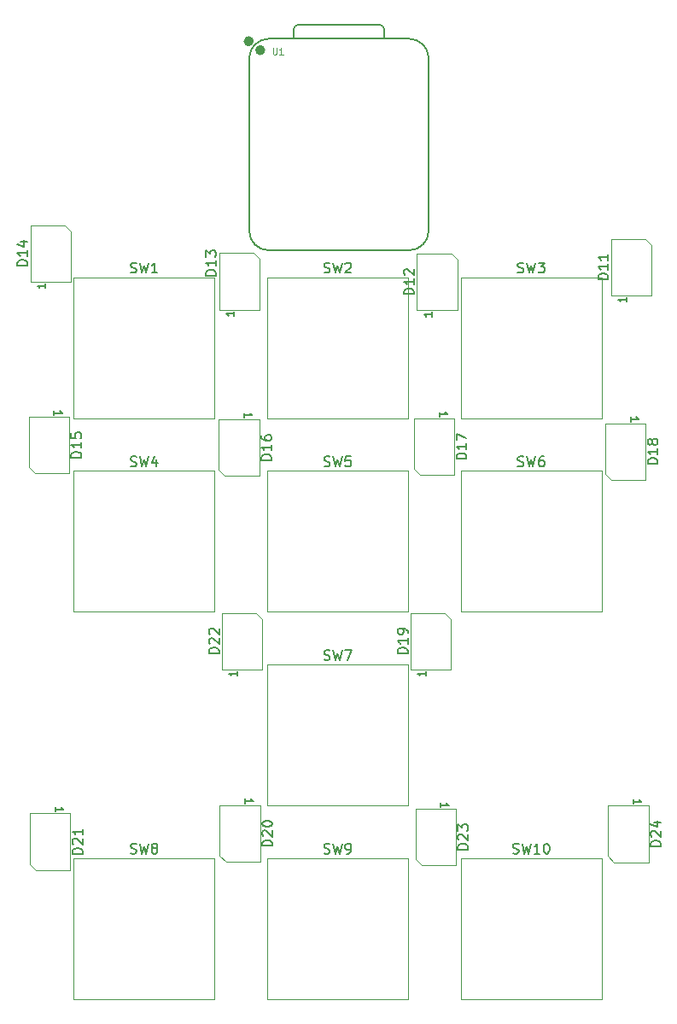
<source format=gbr>
%TF.GenerationSoftware,KiCad,Pcbnew,9.0.6*%
%TF.CreationDate,2025-12-08T11:04:57+13:00*%
%TF.ProjectId,hacropad,68616372-6f70-4616-942e-6b696361645f,rev?*%
%TF.SameCoordinates,Original*%
%TF.FileFunction,Legend,Top*%
%TF.FilePolarity,Positive*%
%FSLAX46Y46*%
G04 Gerber Fmt 4.6, Leading zero omitted, Abs format (unit mm)*
G04 Created by KiCad (PCBNEW 9.0.6) date 2025-12-08 11:04:57*
%MOMM*%
%LPD*%
G01*
G04 APERTURE LIST*
%ADD10C,0.150000*%
%ADD11C,0.101600*%
%ADD12C,0.120000*%
%ADD13C,0.127000*%
%ADD14C,0.100000*%
%ADD15C,0.504000*%
G04 APERTURE END LIST*
D10*
X135254819Y-47014285D02*
X134254819Y-47014285D01*
X134254819Y-47014285D02*
X134254819Y-46776190D01*
X134254819Y-46776190D02*
X134302438Y-46633333D01*
X134302438Y-46633333D02*
X134397676Y-46538095D01*
X134397676Y-46538095D02*
X134492914Y-46490476D01*
X134492914Y-46490476D02*
X134683390Y-46442857D01*
X134683390Y-46442857D02*
X134826247Y-46442857D01*
X134826247Y-46442857D02*
X135016723Y-46490476D01*
X135016723Y-46490476D02*
X135111961Y-46538095D01*
X135111961Y-46538095D02*
X135207200Y-46633333D01*
X135207200Y-46633333D02*
X135254819Y-46776190D01*
X135254819Y-46776190D02*
X135254819Y-47014285D01*
X135254819Y-45490476D02*
X135254819Y-46061904D01*
X135254819Y-45776190D02*
X134254819Y-45776190D01*
X134254819Y-45776190D02*
X134397676Y-45871428D01*
X134397676Y-45871428D02*
X134492914Y-45966666D01*
X134492914Y-45966666D02*
X134540533Y-46061904D01*
X134254819Y-45157142D02*
X134254819Y-44538095D01*
X134254819Y-44538095D02*
X134635771Y-44871428D01*
X134635771Y-44871428D02*
X134635771Y-44728571D01*
X134635771Y-44728571D02*
X134683390Y-44633333D01*
X134683390Y-44633333D02*
X134731009Y-44585714D01*
X134731009Y-44585714D02*
X134826247Y-44538095D01*
X134826247Y-44538095D02*
X135064342Y-44538095D01*
X135064342Y-44538095D02*
X135159580Y-44585714D01*
X135159580Y-44585714D02*
X135207200Y-44633333D01*
X135207200Y-44633333D02*
X135254819Y-44728571D01*
X135254819Y-44728571D02*
X135254819Y-45014285D01*
X135254819Y-45014285D02*
X135207200Y-45109523D01*
X135207200Y-45109523D02*
X135159580Y-45157142D01*
X137082295Y-50561428D02*
X137082295Y-51018571D01*
X137082295Y-50789999D02*
X136282295Y-50789999D01*
X136282295Y-50789999D02*
X136396580Y-50866190D01*
X136396580Y-50866190D02*
X136472771Y-50942380D01*
X136472771Y-50942380D02*
X136510866Y-51018571D01*
X164720476Y-104283200D02*
X164863333Y-104330819D01*
X164863333Y-104330819D02*
X165101428Y-104330819D01*
X165101428Y-104330819D02*
X165196666Y-104283200D01*
X165196666Y-104283200D02*
X165244285Y-104235580D01*
X165244285Y-104235580D02*
X165291904Y-104140342D01*
X165291904Y-104140342D02*
X165291904Y-104045104D01*
X165291904Y-104045104D02*
X165244285Y-103949866D01*
X165244285Y-103949866D02*
X165196666Y-103902247D01*
X165196666Y-103902247D02*
X165101428Y-103854628D01*
X165101428Y-103854628D02*
X164910952Y-103807009D01*
X164910952Y-103807009D02*
X164815714Y-103759390D01*
X164815714Y-103759390D02*
X164768095Y-103711771D01*
X164768095Y-103711771D02*
X164720476Y-103616533D01*
X164720476Y-103616533D02*
X164720476Y-103521295D01*
X164720476Y-103521295D02*
X164768095Y-103426057D01*
X164768095Y-103426057D02*
X164815714Y-103378438D01*
X164815714Y-103378438D02*
X164910952Y-103330819D01*
X164910952Y-103330819D02*
X165149047Y-103330819D01*
X165149047Y-103330819D02*
X165291904Y-103378438D01*
X165625238Y-103330819D02*
X165863333Y-104330819D01*
X165863333Y-104330819D02*
X166053809Y-103616533D01*
X166053809Y-103616533D02*
X166244285Y-104330819D01*
X166244285Y-104330819D02*
X166482381Y-103330819D01*
X167387142Y-104330819D02*
X166815714Y-104330819D01*
X167101428Y-104330819D02*
X167101428Y-103330819D01*
X167101428Y-103330819D02*
X167006190Y-103473676D01*
X167006190Y-103473676D02*
X166910952Y-103568914D01*
X166910952Y-103568914D02*
X166815714Y-103616533D01*
X168006190Y-103330819D02*
X168101428Y-103330819D01*
X168101428Y-103330819D02*
X168196666Y-103378438D01*
X168196666Y-103378438D02*
X168244285Y-103426057D01*
X168244285Y-103426057D02*
X168291904Y-103521295D01*
X168291904Y-103521295D02*
X168339523Y-103711771D01*
X168339523Y-103711771D02*
X168339523Y-103949866D01*
X168339523Y-103949866D02*
X168291904Y-104140342D01*
X168291904Y-104140342D02*
X168244285Y-104235580D01*
X168244285Y-104235580D02*
X168196666Y-104283200D01*
X168196666Y-104283200D02*
X168101428Y-104330819D01*
X168101428Y-104330819D02*
X168006190Y-104330819D01*
X168006190Y-104330819D02*
X167910952Y-104283200D01*
X167910952Y-104283200D02*
X167863333Y-104235580D01*
X167863333Y-104235580D02*
X167815714Y-104140342D01*
X167815714Y-104140342D02*
X167768095Y-103949866D01*
X167768095Y-103949866D02*
X167768095Y-103711771D01*
X167768095Y-103711771D02*
X167815714Y-103521295D01*
X167815714Y-103521295D02*
X167863333Y-103426057D01*
X167863333Y-103426057D02*
X167910952Y-103378438D01*
X167910952Y-103378438D02*
X168006190Y-103330819D01*
X126796667Y-104283200D02*
X126939524Y-104330819D01*
X126939524Y-104330819D02*
X127177619Y-104330819D01*
X127177619Y-104330819D02*
X127272857Y-104283200D01*
X127272857Y-104283200D02*
X127320476Y-104235580D01*
X127320476Y-104235580D02*
X127368095Y-104140342D01*
X127368095Y-104140342D02*
X127368095Y-104045104D01*
X127368095Y-104045104D02*
X127320476Y-103949866D01*
X127320476Y-103949866D02*
X127272857Y-103902247D01*
X127272857Y-103902247D02*
X127177619Y-103854628D01*
X127177619Y-103854628D02*
X126987143Y-103807009D01*
X126987143Y-103807009D02*
X126891905Y-103759390D01*
X126891905Y-103759390D02*
X126844286Y-103711771D01*
X126844286Y-103711771D02*
X126796667Y-103616533D01*
X126796667Y-103616533D02*
X126796667Y-103521295D01*
X126796667Y-103521295D02*
X126844286Y-103426057D01*
X126844286Y-103426057D02*
X126891905Y-103378438D01*
X126891905Y-103378438D02*
X126987143Y-103330819D01*
X126987143Y-103330819D02*
X127225238Y-103330819D01*
X127225238Y-103330819D02*
X127368095Y-103378438D01*
X127701429Y-103330819D02*
X127939524Y-104330819D01*
X127939524Y-104330819D02*
X128130000Y-103616533D01*
X128130000Y-103616533D02*
X128320476Y-104330819D01*
X128320476Y-104330819D02*
X128558572Y-103330819D01*
X129082381Y-103759390D02*
X128987143Y-103711771D01*
X128987143Y-103711771D02*
X128939524Y-103664152D01*
X128939524Y-103664152D02*
X128891905Y-103568914D01*
X128891905Y-103568914D02*
X128891905Y-103521295D01*
X128891905Y-103521295D02*
X128939524Y-103426057D01*
X128939524Y-103426057D02*
X128987143Y-103378438D01*
X128987143Y-103378438D02*
X129082381Y-103330819D01*
X129082381Y-103330819D02*
X129272857Y-103330819D01*
X129272857Y-103330819D02*
X129368095Y-103378438D01*
X129368095Y-103378438D02*
X129415714Y-103426057D01*
X129415714Y-103426057D02*
X129463333Y-103521295D01*
X129463333Y-103521295D02*
X129463333Y-103568914D01*
X129463333Y-103568914D02*
X129415714Y-103664152D01*
X129415714Y-103664152D02*
X129368095Y-103711771D01*
X129368095Y-103711771D02*
X129272857Y-103759390D01*
X129272857Y-103759390D02*
X129082381Y-103759390D01*
X129082381Y-103759390D02*
X128987143Y-103807009D01*
X128987143Y-103807009D02*
X128939524Y-103854628D01*
X128939524Y-103854628D02*
X128891905Y-103949866D01*
X128891905Y-103949866D02*
X128891905Y-104140342D01*
X128891905Y-104140342D02*
X128939524Y-104235580D01*
X128939524Y-104235580D02*
X128987143Y-104283200D01*
X128987143Y-104283200D02*
X129082381Y-104330819D01*
X129082381Y-104330819D02*
X129272857Y-104330819D01*
X129272857Y-104330819D02*
X129368095Y-104283200D01*
X129368095Y-104283200D02*
X129415714Y-104235580D01*
X129415714Y-104235580D02*
X129463333Y-104140342D01*
X129463333Y-104140342D02*
X129463333Y-103949866D01*
X129463333Y-103949866D02*
X129415714Y-103854628D01*
X129415714Y-103854628D02*
X129368095Y-103807009D01*
X129368095Y-103807009D02*
X129272857Y-103759390D01*
X165196667Y-65893200D02*
X165339524Y-65940819D01*
X165339524Y-65940819D02*
X165577619Y-65940819D01*
X165577619Y-65940819D02*
X165672857Y-65893200D01*
X165672857Y-65893200D02*
X165720476Y-65845580D01*
X165720476Y-65845580D02*
X165768095Y-65750342D01*
X165768095Y-65750342D02*
X165768095Y-65655104D01*
X165768095Y-65655104D02*
X165720476Y-65559866D01*
X165720476Y-65559866D02*
X165672857Y-65512247D01*
X165672857Y-65512247D02*
X165577619Y-65464628D01*
X165577619Y-65464628D02*
X165387143Y-65417009D01*
X165387143Y-65417009D02*
X165291905Y-65369390D01*
X165291905Y-65369390D02*
X165244286Y-65321771D01*
X165244286Y-65321771D02*
X165196667Y-65226533D01*
X165196667Y-65226533D02*
X165196667Y-65131295D01*
X165196667Y-65131295D02*
X165244286Y-65036057D01*
X165244286Y-65036057D02*
X165291905Y-64988438D01*
X165291905Y-64988438D02*
X165387143Y-64940819D01*
X165387143Y-64940819D02*
X165625238Y-64940819D01*
X165625238Y-64940819D02*
X165768095Y-64988438D01*
X166101429Y-64940819D02*
X166339524Y-65940819D01*
X166339524Y-65940819D02*
X166530000Y-65226533D01*
X166530000Y-65226533D02*
X166720476Y-65940819D01*
X166720476Y-65940819D02*
X166958572Y-64940819D01*
X167768095Y-64940819D02*
X167577619Y-64940819D01*
X167577619Y-64940819D02*
X167482381Y-64988438D01*
X167482381Y-64988438D02*
X167434762Y-65036057D01*
X167434762Y-65036057D02*
X167339524Y-65178914D01*
X167339524Y-65178914D02*
X167291905Y-65369390D01*
X167291905Y-65369390D02*
X167291905Y-65750342D01*
X167291905Y-65750342D02*
X167339524Y-65845580D01*
X167339524Y-65845580D02*
X167387143Y-65893200D01*
X167387143Y-65893200D02*
X167482381Y-65940819D01*
X167482381Y-65940819D02*
X167672857Y-65940819D01*
X167672857Y-65940819D02*
X167768095Y-65893200D01*
X167768095Y-65893200D02*
X167815714Y-65845580D01*
X167815714Y-65845580D02*
X167863333Y-65750342D01*
X167863333Y-65750342D02*
X167863333Y-65512247D01*
X167863333Y-65512247D02*
X167815714Y-65417009D01*
X167815714Y-65417009D02*
X167768095Y-65369390D01*
X167768095Y-65369390D02*
X167672857Y-65321771D01*
X167672857Y-65321771D02*
X167482381Y-65321771D01*
X167482381Y-65321771D02*
X167387143Y-65369390D01*
X167387143Y-65369390D02*
X167339524Y-65417009D01*
X167339524Y-65417009D02*
X167291905Y-65512247D01*
X126796667Y-46693200D02*
X126939524Y-46740819D01*
X126939524Y-46740819D02*
X127177619Y-46740819D01*
X127177619Y-46740819D02*
X127272857Y-46693200D01*
X127272857Y-46693200D02*
X127320476Y-46645580D01*
X127320476Y-46645580D02*
X127368095Y-46550342D01*
X127368095Y-46550342D02*
X127368095Y-46455104D01*
X127368095Y-46455104D02*
X127320476Y-46359866D01*
X127320476Y-46359866D02*
X127272857Y-46312247D01*
X127272857Y-46312247D02*
X127177619Y-46264628D01*
X127177619Y-46264628D02*
X126987143Y-46217009D01*
X126987143Y-46217009D02*
X126891905Y-46169390D01*
X126891905Y-46169390D02*
X126844286Y-46121771D01*
X126844286Y-46121771D02*
X126796667Y-46026533D01*
X126796667Y-46026533D02*
X126796667Y-45931295D01*
X126796667Y-45931295D02*
X126844286Y-45836057D01*
X126844286Y-45836057D02*
X126891905Y-45788438D01*
X126891905Y-45788438D02*
X126987143Y-45740819D01*
X126987143Y-45740819D02*
X127225238Y-45740819D01*
X127225238Y-45740819D02*
X127368095Y-45788438D01*
X127701429Y-45740819D02*
X127939524Y-46740819D01*
X127939524Y-46740819D02*
X128130000Y-46026533D01*
X128130000Y-46026533D02*
X128320476Y-46740819D01*
X128320476Y-46740819D02*
X128558572Y-45740819D01*
X129463333Y-46740819D02*
X128891905Y-46740819D01*
X129177619Y-46740819D02*
X129177619Y-45740819D01*
X129177619Y-45740819D02*
X129082381Y-45883676D01*
X129082381Y-45883676D02*
X128987143Y-45978914D01*
X128987143Y-45978914D02*
X128891905Y-46026533D01*
X145996667Y-104283200D02*
X146139524Y-104330819D01*
X146139524Y-104330819D02*
X146377619Y-104330819D01*
X146377619Y-104330819D02*
X146472857Y-104283200D01*
X146472857Y-104283200D02*
X146520476Y-104235580D01*
X146520476Y-104235580D02*
X146568095Y-104140342D01*
X146568095Y-104140342D02*
X146568095Y-104045104D01*
X146568095Y-104045104D02*
X146520476Y-103949866D01*
X146520476Y-103949866D02*
X146472857Y-103902247D01*
X146472857Y-103902247D02*
X146377619Y-103854628D01*
X146377619Y-103854628D02*
X146187143Y-103807009D01*
X146187143Y-103807009D02*
X146091905Y-103759390D01*
X146091905Y-103759390D02*
X146044286Y-103711771D01*
X146044286Y-103711771D02*
X145996667Y-103616533D01*
X145996667Y-103616533D02*
X145996667Y-103521295D01*
X145996667Y-103521295D02*
X146044286Y-103426057D01*
X146044286Y-103426057D02*
X146091905Y-103378438D01*
X146091905Y-103378438D02*
X146187143Y-103330819D01*
X146187143Y-103330819D02*
X146425238Y-103330819D01*
X146425238Y-103330819D02*
X146568095Y-103378438D01*
X146901429Y-103330819D02*
X147139524Y-104330819D01*
X147139524Y-104330819D02*
X147330000Y-103616533D01*
X147330000Y-103616533D02*
X147520476Y-104330819D01*
X147520476Y-104330819D02*
X147758572Y-103330819D01*
X148187143Y-104330819D02*
X148377619Y-104330819D01*
X148377619Y-104330819D02*
X148472857Y-104283200D01*
X148472857Y-104283200D02*
X148520476Y-104235580D01*
X148520476Y-104235580D02*
X148615714Y-104092723D01*
X148615714Y-104092723D02*
X148663333Y-103902247D01*
X148663333Y-103902247D02*
X148663333Y-103521295D01*
X148663333Y-103521295D02*
X148615714Y-103426057D01*
X148615714Y-103426057D02*
X148568095Y-103378438D01*
X148568095Y-103378438D02*
X148472857Y-103330819D01*
X148472857Y-103330819D02*
X148282381Y-103330819D01*
X148282381Y-103330819D02*
X148187143Y-103378438D01*
X148187143Y-103378438D02*
X148139524Y-103426057D01*
X148139524Y-103426057D02*
X148091905Y-103521295D01*
X148091905Y-103521295D02*
X148091905Y-103759390D01*
X148091905Y-103759390D02*
X148139524Y-103854628D01*
X148139524Y-103854628D02*
X148187143Y-103902247D01*
X148187143Y-103902247D02*
X148282381Y-103949866D01*
X148282381Y-103949866D02*
X148472857Y-103949866D01*
X148472857Y-103949866D02*
X148568095Y-103902247D01*
X148568095Y-103902247D02*
X148615714Y-103854628D01*
X148615714Y-103854628D02*
X148663333Y-103759390D01*
X174169819Y-47394285D02*
X173169819Y-47394285D01*
X173169819Y-47394285D02*
X173169819Y-47156190D01*
X173169819Y-47156190D02*
X173217438Y-47013333D01*
X173217438Y-47013333D02*
X173312676Y-46918095D01*
X173312676Y-46918095D02*
X173407914Y-46870476D01*
X173407914Y-46870476D02*
X173598390Y-46822857D01*
X173598390Y-46822857D02*
X173741247Y-46822857D01*
X173741247Y-46822857D02*
X173931723Y-46870476D01*
X173931723Y-46870476D02*
X174026961Y-46918095D01*
X174026961Y-46918095D02*
X174122200Y-47013333D01*
X174122200Y-47013333D02*
X174169819Y-47156190D01*
X174169819Y-47156190D02*
X174169819Y-47394285D01*
X174169819Y-45870476D02*
X174169819Y-46441904D01*
X174169819Y-46156190D02*
X173169819Y-46156190D01*
X173169819Y-46156190D02*
X173312676Y-46251428D01*
X173312676Y-46251428D02*
X173407914Y-46346666D01*
X173407914Y-46346666D02*
X173455533Y-46441904D01*
X174169819Y-44918095D02*
X174169819Y-45489523D01*
X174169819Y-45203809D02*
X173169819Y-45203809D01*
X173169819Y-45203809D02*
X173312676Y-45299047D01*
X173312676Y-45299047D02*
X173407914Y-45394285D01*
X173407914Y-45394285D02*
X173455533Y-45489523D01*
X175952295Y-49151428D02*
X175952295Y-49608571D01*
X175952295Y-49379999D02*
X175152295Y-49379999D01*
X175152295Y-49379999D02*
X175266580Y-49456190D01*
X175266580Y-49456190D02*
X175342771Y-49532380D01*
X175342771Y-49532380D02*
X175380866Y-49608571D01*
X154279819Y-84474285D02*
X153279819Y-84474285D01*
X153279819Y-84474285D02*
X153279819Y-84236190D01*
X153279819Y-84236190D02*
X153327438Y-84093333D01*
X153327438Y-84093333D02*
X153422676Y-83998095D01*
X153422676Y-83998095D02*
X153517914Y-83950476D01*
X153517914Y-83950476D02*
X153708390Y-83902857D01*
X153708390Y-83902857D02*
X153851247Y-83902857D01*
X153851247Y-83902857D02*
X154041723Y-83950476D01*
X154041723Y-83950476D02*
X154136961Y-83998095D01*
X154136961Y-83998095D02*
X154232200Y-84093333D01*
X154232200Y-84093333D02*
X154279819Y-84236190D01*
X154279819Y-84236190D02*
X154279819Y-84474285D01*
X154279819Y-82950476D02*
X154279819Y-83521904D01*
X154279819Y-83236190D02*
X153279819Y-83236190D01*
X153279819Y-83236190D02*
X153422676Y-83331428D01*
X153422676Y-83331428D02*
X153517914Y-83426666D01*
X153517914Y-83426666D02*
X153565533Y-83521904D01*
X154279819Y-82474285D02*
X154279819Y-82283809D01*
X154279819Y-82283809D02*
X154232200Y-82188571D01*
X154232200Y-82188571D02*
X154184580Y-82140952D01*
X154184580Y-82140952D02*
X154041723Y-82045714D01*
X154041723Y-82045714D02*
X153851247Y-81998095D01*
X153851247Y-81998095D02*
X153470295Y-81998095D01*
X153470295Y-81998095D02*
X153375057Y-82045714D01*
X153375057Y-82045714D02*
X153327438Y-82093333D01*
X153327438Y-82093333D02*
X153279819Y-82188571D01*
X153279819Y-82188571D02*
X153279819Y-82379047D01*
X153279819Y-82379047D02*
X153327438Y-82474285D01*
X153327438Y-82474285D02*
X153375057Y-82521904D01*
X153375057Y-82521904D02*
X153470295Y-82569523D01*
X153470295Y-82569523D02*
X153708390Y-82569523D01*
X153708390Y-82569523D02*
X153803628Y-82521904D01*
X153803628Y-82521904D02*
X153851247Y-82474285D01*
X153851247Y-82474285D02*
X153898866Y-82379047D01*
X153898866Y-82379047D02*
X153898866Y-82188571D01*
X153898866Y-82188571D02*
X153851247Y-82093333D01*
X153851247Y-82093333D02*
X153803628Y-82045714D01*
X153803628Y-82045714D02*
X153708390Y-81998095D01*
X156062295Y-86231428D02*
X156062295Y-86688571D01*
X156062295Y-86459999D02*
X155262295Y-86459999D01*
X155262295Y-86459999D02*
X155376580Y-86536190D01*
X155376580Y-86536190D02*
X155452771Y-86612380D01*
X155452771Y-86612380D02*
X155490866Y-86688571D01*
X122029819Y-104354285D02*
X121029819Y-104354285D01*
X121029819Y-104354285D02*
X121029819Y-104116190D01*
X121029819Y-104116190D02*
X121077438Y-103973333D01*
X121077438Y-103973333D02*
X121172676Y-103878095D01*
X121172676Y-103878095D02*
X121267914Y-103830476D01*
X121267914Y-103830476D02*
X121458390Y-103782857D01*
X121458390Y-103782857D02*
X121601247Y-103782857D01*
X121601247Y-103782857D02*
X121791723Y-103830476D01*
X121791723Y-103830476D02*
X121886961Y-103878095D01*
X121886961Y-103878095D02*
X121982200Y-103973333D01*
X121982200Y-103973333D02*
X122029819Y-104116190D01*
X122029819Y-104116190D02*
X122029819Y-104354285D01*
X121125057Y-103401904D02*
X121077438Y-103354285D01*
X121077438Y-103354285D02*
X121029819Y-103259047D01*
X121029819Y-103259047D02*
X121029819Y-103020952D01*
X121029819Y-103020952D02*
X121077438Y-102925714D01*
X121077438Y-102925714D02*
X121125057Y-102878095D01*
X121125057Y-102878095D02*
X121220295Y-102830476D01*
X121220295Y-102830476D02*
X121315533Y-102830476D01*
X121315533Y-102830476D02*
X121458390Y-102878095D01*
X121458390Y-102878095D02*
X122029819Y-103449523D01*
X122029819Y-103449523D02*
X122029819Y-102830476D01*
X122029819Y-101878095D02*
X122029819Y-102449523D01*
X122029819Y-102163809D02*
X121029819Y-102163809D01*
X121029819Y-102163809D02*
X121172676Y-102259047D01*
X121172676Y-102259047D02*
X121267914Y-102354285D01*
X121267914Y-102354285D02*
X121315533Y-102449523D01*
X119337704Y-100168571D02*
X119337704Y-99711428D01*
X119337704Y-99940000D02*
X120137704Y-99940000D01*
X120137704Y-99940000D02*
X120023419Y-99863809D01*
X120023419Y-99863809D02*
X119947228Y-99787619D01*
X119947228Y-99787619D02*
X119909133Y-99711428D01*
X121909819Y-65054285D02*
X120909819Y-65054285D01*
X120909819Y-65054285D02*
X120909819Y-64816190D01*
X120909819Y-64816190D02*
X120957438Y-64673333D01*
X120957438Y-64673333D02*
X121052676Y-64578095D01*
X121052676Y-64578095D02*
X121147914Y-64530476D01*
X121147914Y-64530476D02*
X121338390Y-64482857D01*
X121338390Y-64482857D02*
X121481247Y-64482857D01*
X121481247Y-64482857D02*
X121671723Y-64530476D01*
X121671723Y-64530476D02*
X121766961Y-64578095D01*
X121766961Y-64578095D02*
X121862200Y-64673333D01*
X121862200Y-64673333D02*
X121909819Y-64816190D01*
X121909819Y-64816190D02*
X121909819Y-65054285D01*
X121909819Y-63530476D02*
X121909819Y-64101904D01*
X121909819Y-63816190D02*
X120909819Y-63816190D01*
X120909819Y-63816190D02*
X121052676Y-63911428D01*
X121052676Y-63911428D02*
X121147914Y-64006666D01*
X121147914Y-64006666D02*
X121195533Y-64101904D01*
X120909819Y-62625714D02*
X120909819Y-63101904D01*
X120909819Y-63101904D02*
X121386009Y-63149523D01*
X121386009Y-63149523D02*
X121338390Y-63101904D01*
X121338390Y-63101904D02*
X121290771Y-63006666D01*
X121290771Y-63006666D02*
X121290771Y-62768571D01*
X121290771Y-62768571D02*
X121338390Y-62673333D01*
X121338390Y-62673333D02*
X121386009Y-62625714D01*
X121386009Y-62625714D02*
X121481247Y-62578095D01*
X121481247Y-62578095D02*
X121719342Y-62578095D01*
X121719342Y-62578095D02*
X121814580Y-62625714D01*
X121814580Y-62625714D02*
X121862200Y-62673333D01*
X121862200Y-62673333D02*
X121909819Y-62768571D01*
X121909819Y-62768571D02*
X121909819Y-63006666D01*
X121909819Y-63006666D02*
X121862200Y-63101904D01*
X121862200Y-63101904D02*
X121814580Y-63149523D01*
X119217704Y-60868571D02*
X119217704Y-60411428D01*
X119217704Y-60640000D02*
X120017704Y-60640000D01*
X120017704Y-60640000D02*
X119903419Y-60563809D01*
X119903419Y-60563809D02*
X119827228Y-60487619D01*
X119827228Y-60487619D02*
X119789133Y-60411428D01*
X154909819Y-48854285D02*
X153909819Y-48854285D01*
X153909819Y-48854285D02*
X153909819Y-48616190D01*
X153909819Y-48616190D02*
X153957438Y-48473333D01*
X153957438Y-48473333D02*
X154052676Y-48378095D01*
X154052676Y-48378095D02*
X154147914Y-48330476D01*
X154147914Y-48330476D02*
X154338390Y-48282857D01*
X154338390Y-48282857D02*
X154481247Y-48282857D01*
X154481247Y-48282857D02*
X154671723Y-48330476D01*
X154671723Y-48330476D02*
X154766961Y-48378095D01*
X154766961Y-48378095D02*
X154862200Y-48473333D01*
X154862200Y-48473333D02*
X154909819Y-48616190D01*
X154909819Y-48616190D02*
X154909819Y-48854285D01*
X154909819Y-47330476D02*
X154909819Y-47901904D01*
X154909819Y-47616190D02*
X153909819Y-47616190D01*
X153909819Y-47616190D02*
X154052676Y-47711428D01*
X154052676Y-47711428D02*
X154147914Y-47806666D01*
X154147914Y-47806666D02*
X154195533Y-47901904D01*
X154005057Y-46949523D02*
X153957438Y-46901904D01*
X153957438Y-46901904D02*
X153909819Y-46806666D01*
X153909819Y-46806666D02*
X153909819Y-46568571D01*
X153909819Y-46568571D02*
X153957438Y-46473333D01*
X153957438Y-46473333D02*
X154005057Y-46425714D01*
X154005057Y-46425714D02*
X154100295Y-46378095D01*
X154100295Y-46378095D02*
X154195533Y-46378095D01*
X154195533Y-46378095D02*
X154338390Y-46425714D01*
X154338390Y-46425714D02*
X154909819Y-46997142D01*
X154909819Y-46997142D02*
X154909819Y-46378095D01*
X156692295Y-50611428D02*
X156692295Y-51068571D01*
X156692295Y-50839999D02*
X155892295Y-50839999D01*
X155892295Y-50839999D02*
X156006580Y-50916190D01*
X156006580Y-50916190D02*
X156082771Y-50992380D01*
X156082771Y-50992380D02*
X156120866Y-51068571D01*
X126796667Y-65893200D02*
X126939524Y-65940819D01*
X126939524Y-65940819D02*
X127177619Y-65940819D01*
X127177619Y-65940819D02*
X127272857Y-65893200D01*
X127272857Y-65893200D02*
X127320476Y-65845580D01*
X127320476Y-65845580D02*
X127368095Y-65750342D01*
X127368095Y-65750342D02*
X127368095Y-65655104D01*
X127368095Y-65655104D02*
X127320476Y-65559866D01*
X127320476Y-65559866D02*
X127272857Y-65512247D01*
X127272857Y-65512247D02*
X127177619Y-65464628D01*
X127177619Y-65464628D02*
X126987143Y-65417009D01*
X126987143Y-65417009D02*
X126891905Y-65369390D01*
X126891905Y-65369390D02*
X126844286Y-65321771D01*
X126844286Y-65321771D02*
X126796667Y-65226533D01*
X126796667Y-65226533D02*
X126796667Y-65131295D01*
X126796667Y-65131295D02*
X126844286Y-65036057D01*
X126844286Y-65036057D02*
X126891905Y-64988438D01*
X126891905Y-64988438D02*
X126987143Y-64940819D01*
X126987143Y-64940819D02*
X127225238Y-64940819D01*
X127225238Y-64940819D02*
X127368095Y-64988438D01*
X127701429Y-64940819D02*
X127939524Y-65940819D01*
X127939524Y-65940819D02*
X128130000Y-65226533D01*
X128130000Y-65226533D02*
X128320476Y-65940819D01*
X128320476Y-65940819D02*
X128558572Y-64940819D01*
X129368095Y-65274152D02*
X129368095Y-65940819D01*
X129130000Y-64893200D02*
X128891905Y-65607485D01*
X128891905Y-65607485D02*
X129510952Y-65607485D01*
D11*
X140916190Y-24453479D02*
X140916190Y-24967526D01*
X140916190Y-24967526D02*
X140946428Y-25028002D01*
X140946428Y-25028002D02*
X140976666Y-25058241D01*
X140976666Y-25058241D02*
X141037142Y-25088479D01*
X141037142Y-25088479D02*
X141158095Y-25088479D01*
X141158095Y-25088479D02*
X141218571Y-25058241D01*
X141218571Y-25058241D02*
X141248809Y-25028002D01*
X141248809Y-25028002D02*
X141279047Y-24967526D01*
X141279047Y-24967526D02*
X141279047Y-24453479D01*
X141914047Y-25088479D02*
X141551190Y-25088479D01*
X141732618Y-25088479D02*
X141732618Y-24453479D01*
X141732618Y-24453479D02*
X141672142Y-24544193D01*
X141672142Y-24544193D02*
X141611666Y-24604669D01*
X141611666Y-24604669D02*
X141551190Y-24634907D01*
D10*
X179069819Y-65684285D02*
X178069819Y-65684285D01*
X178069819Y-65684285D02*
X178069819Y-65446190D01*
X178069819Y-65446190D02*
X178117438Y-65303333D01*
X178117438Y-65303333D02*
X178212676Y-65208095D01*
X178212676Y-65208095D02*
X178307914Y-65160476D01*
X178307914Y-65160476D02*
X178498390Y-65112857D01*
X178498390Y-65112857D02*
X178641247Y-65112857D01*
X178641247Y-65112857D02*
X178831723Y-65160476D01*
X178831723Y-65160476D02*
X178926961Y-65208095D01*
X178926961Y-65208095D02*
X179022200Y-65303333D01*
X179022200Y-65303333D02*
X179069819Y-65446190D01*
X179069819Y-65446190D02*
X179069819Y-65684285D01*
X179069819Y-64160476D02*
X179069819Y-64731904D01*
X179069819Y-64446190D02*
X178069819Y-64446190D01*
X178069819Y-64446190D02*
X178212676Y-64541428D01*
X178212676Y-64541428D02*
X178307914Y-64636666D01*
X178307914Y-64636666D02*
X178355533Y-64731904D01*
X178498390Y-63589047D02*
X178450771Y-63684285D01*
X178450771Y-63684285D02*
X178403152Y-63731904D01*
X178403152Y-63731904D02*
X178307914Y-63779523D01*
X178307914Y-63779523D02*
X178260295Y-63779523D01*
X178260295Y-63779523D02*
X178165057Y-63731904D01*
X178165057Y-63731904D02*
X178117438Y-63684285D01*
X178117438Y-63684285D02*
X178069819Y-63589047D01*
X178069819Y-63589047D02*
X178069819Y-63398571D01*
X178069819Y-63398571D02*
X178117438Y-63303333D01*
X178117438Y-63303333D02*
X178165057Y-63255714D01*
X178165057Y-63255714D02*
X178260295Y-63208095D01*
X178260295Y-63208095D02*
X178307914Y-63208095D01*
X178307914Y-63208095D02*
X178403152Y-63255714D01*
X178403152Y-63255714D02*
X178450771Y-63303333D01*
X178450771Y-63303333D02*
X178498390Y-63398571D01*
X178498390Y-63398571D02*
X178498390Y-63589047D01*
X178498390Y-63589047D02*
X178546009Y-63684285D01*
X178546009Y-63684285D02*
X178593628Y-63731904D01*
X178593628Y-63731904D02*
X178688866Y-63779523D01*
X178688866Y-63779523D02*
X178879342Y-63779523D01*
X178879342Y-63779523D02*
X178974580Y-63731904D01*
X178974580Y-63731904D02*
X179022200Y-63684285D01*
X179022200Y-63684285D02*
X179069819Y-63589047D01*
X179069819Y-63589047D02*
X179069819Y-63398571D01*
X179069819Y-63398571D02*
X179022200Y-63303333D01*
X179022200Y-63303333D02*
X178974580Y-63255714D01*
X178974580Y-63255714D02*
X178879342Y-63208095D01*
X178879342Y-63208095D02*
X178688866Y-63208095D01*
X178688866Y-63208095D02*
X178593628Y-63255714D01*
X178593628Y-63255714D02*
X178546009Y-63303333D01*
X178546009Y-63303333D02*
X178498390Y-63398571D01*
X176377704Y-61498571D02*
X176377704Y-61041428D01*
X176377704Y-61270000D02*
X177177704Y-61270000D01*
X177177704Y-61270000D02*
X177063419Y-61193809D01*
X177063419Y-61193809D02*
X176987228Y-61117619D01*
X176987228Y-61117619D02*
X176949133Y-61041428D01*
X145996667Y-46693200D02*
X146139524Y-46740819D01*
X146139524Y-46740819D02*
X146377619Y-46740819D01*
X146377619Y-46740819D02*
X146472857Y-46693200D01*
X146472857Y-46693200D02*
X146520476Y-46645580D01*
X146520476Y-46645580D02*
X146568095Y-46550342D01*
X146568095Y-46550342D02*
X146568095Y-46455104D01*
X146568095Y-46455104D02*
X146520476Y-46359866D01*
X146520476Y-46359866D02*
X146472857Y-46312247D01*
X146472857Y-46312247D02*
X146377619Y-46264628D01*
X146377619Y-46264628D02*
X146187143Y-46217009D01*
X146187143Y-46217009D02*
X146091905Y-46169390D01*
X146091905Y-46169390D02*
X146044286Y-46121771D01*
X146044286Y-46121771D02*
X145996667Y-46026533D01*
X145996667Y-46026533D02*
X145996667Y-45931295D01*
X145996667Y-45931295D02*
X146044286Y-45836057D01*
X146044286Y-45836057D02*
X146091905Y-45788438D01*
X146091905Y-45788438D02*
X146187143Y-45740819D01*
X146187143Y-45740819D02*
X146425238Y-45740819D01*
X146425238Y-45740819D02*
X146568095Y-45788438D01*
X146901429Y-45740819D02*
X147139524Y-46740819D01*
X147139524Y-46740819D02*
X147330000Y-46026533D01*
X147330000Y-46026533D02*
X147520476Y-46740819D01*
X147520476Y-46740819D02*
X147758572Y-45740819D01*
X148091905Y-45836057D02*
X148139524Y-45788438D01*
X148139524Y-45788438D02*
X148234762Y-45740819D01*
X148234762Y-45740819D02*
X148472857Y-45740819D01*
X148472857Y-45740819D02*
X148568095Y-45788438D01*
X148568095Y-45788438D02*
X148615714Y-45836057D01*
X148615714Y-45836057D02*
X148663333Y-45931295D01*
X148663333Y-45931295D02*
X148663333Y-46026533D01*
X148663333Y-46026533D02*
X148615714Y-46169390D01*
X148615714Y-46169390D02*
X148044286Y-46740819D01*
X148044286Y-46740819D02*
X148663333Y-46740819D01*
X179359819Y-103584285D02*
X178359819Y-103584285D01*
X178359819Y-103584285D02*
X178359819Y-103346190D01*
X178359819Y-103346190D02*
X178407438Y-103203333D01*
X178407438Y-103203333D02*
X178502676Y-103108095D01*
X178502676Y-103108095D02*
X178597914Y-103060476D01*
X178597914Y-103060476D02*
X178788390Y-103012857D01*
X178788390Y-103012857D02*
X178931247Y-103012857D01*
X178931247Y-103012857D02*
X179121723Y-103060476D01*
X179121723Y-103060476D02*
X179216961Y-103108095D01*
X179216961Y-103108095D02*
X179312200Y-103203333D01*
X179312200Y-103203333D02*
X179359819Y-103346190D01*
X179359819Y-103346190D02*
X179359819Y-103584285D01*
X178455057Y-102631904D02*
X178407438Y-102584285D01*
X178407438Y-102584285D02*
X178359819Y-102489047D01*
X178359819Y-102489047D02*
X178359819Y-102250952D01*
X178359819Y-102250952D02*
X178407438Y-102155714D01*
X178407438Y-102155714D02*
X178455057Y-102108095D01*
X178455057Y-102108095D02*
X178550295Y-102060476D01*
X178550295Y-102060476D02*
X178645533Y-102060476D01*
X178645533Y-102060476D02*
X178788390Y-102108095D01*
X178788390Y-102108095D02*
X179359819Y-102679523D01*
X179359819Y-102679523D02*
X179359819Y-102060476D01*
X178693152Y-101203333D02*
X179359819Y-101203333D01*
X178312200Y-101441428D02*
X179026485Y-101679523D01*
X179026485Y-101679523D02*
X179026485Y-101060476D01*
X176667704Y-99398571D02*
X176667704Y-98941428D01*
X176667704Y-99170000D02*
X177467704Y-99170000D01*
X177467704Y-99170000D02*
X177353419Y-99093809D01*
X177353419Y-99093809D02*
X177277228Y-99017619D01*
X177277228Y-99017619D02*
X177239133Y-98941428D01*
X165196667Y-46693200D02*
X165339524Y-46740819D01*
X165339524Y-46740819D02*
X165577619Y-46740819D01*
X165577619Y-46740819D02*
X165672857Y-46693200D01*
X165672857Y-46693200D02*
X165720476Y-46645580D01*
X165720476Y-46645580D02*
X165768095Y-46550342D01*
X165768095Y-46550342D02*
X165768095Y-46455104D01*
X165768095Y-46455104D02*
X165720476Y-46359866D01*
X165720476Y-46359866D02*
X165672857Y-46312247D01*
X165672857Y-46312247D02*
X165577619Y-46264628D01*
X165577619Y-46264628D02*
X165387143Y-46217009D01*
X165387143Y-46217009D02*
X165291905Y-46169390D01*
X165291905Y-46169390D02*
X165244286Y-46121771D01*
X165244286Y-46121771D02*
X165196667Y-46026533D01*
X165196667Y-46026533D02*
X165196667Y-45931295D01*
X165196667Y-45931295D02*
X165244286Y-45836057D01*
X165244286Y-45836057D02*
X165291905Y-45788438D01*
X165291905Y-45788438D02*
X165387143Y-45740819D01*
X165387143Y-45740819D02*
X165625238Y-45740819D01*
X165625238Y-45740819D02*
X165768095Y-45788438D01*
X166101429Y-45740819D02*
X166339524Y-46740819D01*
X166339524Y-46740819D02*
X166530000Y-46026533D01*
X166530000Y-46026533D02*
X166720476Y-46740819D01*
X166720476Y-46740819D02*
X166958572Y-45740819D01*
X167244286Y-45740819D02*
X167863333Y-45740819D01*
X167863333Y-45740819D02*
X167530000Y-46121771D01*
X167530000Y-46121771D02*
X167672857Y-46121771D01*
X167672857Y-46121771D02*
X167768095Y-46169390D01*
X167768095Y-46169390D02*
X167815714Y-46217009D01*
X167815714Y-46217009D02*
X167863333Y-46312247D01*
X167863333Y-46312247D02*
X167863333Y-46550342D01*
X167863333Y-46550342D02*
X167815714Y-46645580D01*
X167815714Y-46645580D02*
X167768095Y-46693200D01*
X167768095Y-46693200D02*
X167672857Y-46740819D01*
X167672857Y-46740819D02*
X167387143Y-46740819D01*
X167387143Y-46740819D02*
X167291905Y-46693200D01*
X167291905Y-46693200D02*
X167244286Y-46645580D01*
X145996667Y-65893200D02*
X146139524Y-65940819D01*
X146139524Y-65940819D02*
X146377619Y-65940819D01*
X146377619Y-65940819D02*
X146472857Y-65893200D01*
X146472857Y-65893200D02*
X146520476Y-65845580D01*
X146520476Y-65845580D02*
X146568095Y-65750342D01*
X146568095Y-65750342D02*
X146568095Y-65655104D01*
X146568095Y-65655104D02*
X146520476Y-65559866D01*
X146520476Y-65559866D02*
X146472857Y-65512247D01*
X146472857Y-65512247D02*
X146377619Y-65464628D01*
X146377619Y-65464628D02*
X146187143Y-65417009D01*
X146187143Y-65417009D02*
X146091905Y-65369390D01*
X146091905Y-65369390D02*
X146044286Y-65321771D01*
X146044286Y-65321771D02*
X145996667Y-65226533D01*
X145996667Y-65226533D02*
X145996667Y-65131295D01*
X145996667Y-65131295D02*
X146044286Y-65036057D01*
X146044286Y-65036057D02*
X146091905Y-64988438D01*
X146091905Y-64988438D02*
X146187143Y-64940819D01*
X146187143Y-64940819D02*
X146425238Y-64940819D01*
X146425238Y-64940819D02*
X146568095Y-64988438D01*
X146901429Y-64940819D02*
X147139524Y-65940819D01*
X147139524Y-65940819D02*
X147330000Y-65226533D01*
X147330000Y-65226533D02*
X147520476Y-65940819D01*
X147520476Y-65940819D02*
X147758572Y-64940819D01*
X148615714Y-64940819D02*
X148139524Y-64940819D01*
X148139524Y-64940819D02*
X148091905Y-65417009D01*
X148091905Y-65417009D02*
X148139524Y-65369390D01*
X148139524Y-65369390D02*
X148234762Y-65321771D01*
X148234762Y-65321771D02*
X148472857Y-65321771D01*
X148472857Y-65321771D02*
X148568095Y-65369390D01*
X148568095Y-65369390D02*
X148615714Y-65417009D01*
X148615714Y-65417009D02*
X148663333Y-65512247D01*
X148663333Y-65512247D02*
X148663333Y-65750342D01*
X148663333Y-65750342D02*
X148615714Y-65845580D01*
X148615714Y-65845580D02*
X148568095Y-65893200D01*
X148568095Y-65893200D02*
X148472857Y-65940819D01*
X148472857Y-65940819D02*
X148234762Y-65940819D01*
X148234762Y-65940819D02*
X148139524Y-65893200D01*
X148139524Y-65893200D02*
X148091905Y-65845580D01*
X140849819Y-103544285D02*
X139849819Y-103544285D01*
X139849819Y-103544285D02*
X139849819Y-103306190D01*
X139849819Y-103306190D02*
X139897438Y-103163333D01*
X139897438Y-103163333D02*
X139992676Y-103068095D01*
X139992676Y-103068095D02*
X140087914Y-103020476D01*
X140087914Y-103020476D02*
X140278390Y-102972857D01*
X140278390Y-102972857D02*
X140421247Y-102972857D01*
X140421247Y-102972857D02*
X140611723Y-103020476D01*
X140611723Y-103020476D02*
X140706961Y-103068095D01*
X140706961Y-103068095D02*
X140802200Y-103163333D01*
X140802200Y-103163333D02*
X140849819Y-103306190D01*
X140849819Y-103306190D02*
X140849819Y-103544285D01*
X139945057Y-102591904D02*
X139897438Y-102544285D01*
X139897438Y-102544285D02*
X139849819Y-102449047D01*
X139849819Y-102449047D02*
X139849819Y-102210952D01*
X139849819Y-102210952D02*
X139897438Y-102115714D01*
X139897438Y-102115714D02*
X139945057Y-102068095D01*
X139945057Y-102068095D02*
X140040295Y-102020476D01*
X140040295Y-102020476D02*
X140135533Y-102020476D01*
X140135533Y-102020476D02*
X140278390Y-102068095D01*
X140278390Y-102068095D02*
X140849819Y-102639523D01*
X140849819Y-102639523D02*
X140849819Y-102020476D01*
X139849819Y-101401428D02*
X139849819Y-101306190D01*
X139849819Y-101306190D02*
X139897438Y-101210952D01*
X139897438Y-101210952D02*
X139945057Y-101163333D01*
X139945057Y-101163333D02*
X140040295Y-101115714D01*
X140040295Y-101115714D02*
X140230771Y-101068095D01*
X140230771Y-101068095D02*
X140468866Y-101068095D01*
X140468866Y-101068095D02*
X140659342Y-101115714D01*
X140659342Y-101115714D02*
X140754580Y-101163333D01*
X140754580Y-101163333D02*
X140802200Y-101210952D01*
X140802200Y-101210952D02*
X140849819Y-101306190D01*
X140849819Y-101306190D02*
X140849819Y-101401428D01*
X140849819Y-101401428D02*
X140802200Y-101496666D01*
X140802200Y-101496666D02*
X140754580Y-101544285D01*
X140754580Y-101544285D02*
X140659342Y-101591904D01*
X140659342Y-101591904D02*
X140468866Y-101639523D01*
X140468866Y-101639523D02*
X140230771Y-101639523D01*
X140230771Y-101639523D02*
X140040295Y-101591904D01*
X140040295Y-101591904D02*
X139945057Y-101544285D01*
X139945057Y-101544285D02*
X139897438Y-101496666D01*
X139897438Y-101496666D02*
X139849819Y-101401428D01*
X138157704Y-99358571D02*
X138157704Y-98901428D01*
X138157704Y-99130000D02*
X138957704Y-99130000D01*
X138957704Y-99130000D02*
X138843419Y-99053809D01*
X138843419Y-99053809D02*
X138767228Y-98977619D01*
X138767228Y-98977619D02*
X138729133Y-98901428D01*
X135569819Y-84474285D02*
X134569819Y-84474285D01*
X134569819Y-84474285D02*
X134569819Y-84236190D01*
X134569819Y-84236190D02*
X134617438Y-84093333D01*
X134617438Y-84093333D02*
X134712676Y-83998095D01*
X134712676Y-83998095D02*
X134807914Y-83950476D01*
X134807914Y-83950476D02*
X134998390Y-83902857D01*
X134998390Y-83902857D02*
X135141247Y-83902857D01*
X135141247Y-83902857D02*
X135331723Y-83950476D01*
X135331723Y-83950476D02*
X135426961Y-83998095D01*
X135426961Y-83998095D02*
X135522200Y-84093333D01*
X135522200Y-84093333D02*
X135569819Y-84236190D01*
X135569819Y-84236190D02*
X135569819Y-84474285D01*
X134665057Y-83521904D02*
X134617438Y-83474285D01*
X134617438Y-83474285D02*
X134569819Y-83379047D01*
X134569819Y-83379047D02*
X134569819Y-83140952D01*
X134569819Y-83140952D02*
X134617438Y-83045714D01*
X134617438Y-83045714D02*
X134665057Y-82998095D01*
X134665057Y-82998095D02*
X134760295Y-82950476D01*
X134760295Y-82950476D02*
X134855533Y-82950476D01*
X134855533Y-82950476D02*
X134998390Y-82998095D01*
X134998390Y-82998095D02*
X135569819Y-83569523D01*
X135569819Y-83569523D02*
X135569819Y-82950476D01*
X134665057Y-82569523D02*
X134617438Y-82521904D01*
X134617438Y-82521904D02*
X134569819Y-82426666D01*
X134569819Y-82426666D02*
X134569819Y-82188571D01*
X134569819Y-82188571D02*
X134617438Y-82093333D01*
X134617438Y-82093333D02*
X134665057Y-82045714D01*
X134665057Y-82045714D02*
X134760295Y-81998095D01*
X134760295Y-81998095D02*
X134855533Y-81998095D01*
X134855533Y-81998095D02*
X134998390Y-82045714D01*
X134998390Y-82045714D02*
X135569819Y-82617142D01*
X135569819Y-82617142D02*
X135569819Y-81998095D01*
X137352295Y-86231428D02*
X137352295Y-86688571D01*
X137352295Y-86459999D02*
X136552295Y-86459999D01*
X136552295Y-86459999D02*
X136666580Y-86536190D01*
X136666580Y-86536190D02*
X136742771Y-86612380D01*
X136742771Y-86612380D02*
X136780866Y-86688571D01*
X160109819Y-65194285D02*
X159109819Y-65194285D01*
X159109819Y-65194285D02*
X159109819Y-64956190D01*
X159109819Y-64956190D02*
X159157438Y-64813333D01*
X159157438Y-64813333D02*
X159252676Y-64718095D01*
X159252676Y-64718095D02*
X159347914Y-64670476D01*
X159347914Y-64670476D02*
X159538390Y-64622857D01*
X159538390Y-64622857D02*
X159681247Y-64622857D01*
X159681247Y-64622857D02*
X159871723Y-64670476D01*
X159871723Y-64670476D02*
X159966961Y-64718095D01*
X159966961Y-64718095D02*
X160062200Y-64813333D01*
X160062200Y-64813333D02*
X160109819Y-64956190D01*
X160109819Y-64956190D02*
X160109819Y-65194285D01*
X160109819Y-63670476D02*
X160109819Y-64241904D01*
X160109819Y-63956190D02*
X159109819Y-63956190D01*
X159109819Y-63956190D02*
X159252676Y-64051428D01*
X159252676Y-64051428D02*
X159347914Y-64146666D01*
X159347914Y-64146666D02*
X159395533Y-64241904D01*
X159109819Y-63337142D02*
X159109819Y-62670476D01*
X159109819Y-62670476D02*
X160109819Y-63099047D01*
X157417704Y-61008571D02*
X157417704Y-60551428D01*
X157417704Y-60780000D02*
X158217704Y-60780000D01*
X158217704Y-60780000D02*
X158103419Y-60703809D01*
X158103419Y-60703809D02*
X158027228Y-60627619D01*
X158027228Y-60627619D02*
X157989133Y-60551428D01*
X140749819Y-65294285D02*
X139749819Y-65294285D01*
X139749819Y-65294285D02*
X139749819Y-65056190D01*
X139749819Y-65056190D02*
X139797438Y-64913333D01*
X139797438Y-64913333D02*
X139892676Y-64818095D01*
X139892676Y-64818095D02*
X139987914Y-64770476D01*
X139987914Y-64770476D02*
X140178390Y-64722857D01*
X140178390Y-64722857D02*
X140321247Y-64722857D01*
X140321247Y-64722857D02*
X140511723Y-64770476D01*
X140511723Y-64770476D02*
X140606961Y-64818095D01*
X140606961Y-64818095D02*
X140702200Y-64913333D01*
X140702200Y-64913333D02*
X140749819Y-65056190D01*
X140749819Y-65056190D02*
X140749819Y-65294285D01*
X140749819Y-63770476D02*
X140749819Y-64341904D01*
X140749819Y-64056190D02*
X139749819Y-64056190D01*
X139749819Y-64056190D02*
X139892676Y-64151428D01*
X139892676Y-64151428D02*
X139987914Y-64246666D01*
X139987914Y-64246666D02*
X140035533Y-64341904D01*
X139749819Y-62913333D02*
X139749819Y-63103809D01*
X139749819Y-63103809D02*
X139797438Y-63199047D01*
X139797438Y-63199047D02*
X139845057Y-63246666D01*
X139845057Y-63246666D02*
X139987914Y-63341904D01*
X139987914Y-63341904D02*
X140178390Y-63389523D01*
X140178390Y-63389523D02*
X140559342Y-63389523D01*
X140559342Y-63389523D02*
X140654580Y-63341904D01*
X140654580Y-63341904D02*
X140702200Y-63294285D01*
X140702200Y-63294285D02*
X140749819Y-63199047D01*
X140749819Y-63199047D02*
X140749819Y-63008571D01*
X140749819Y-63008571D02*
X140702200Y-62913333D01*
X140702200Y-62913333D02*
X140654580Y-62865714D01*
X140654580Y-62865714D02*
X140559342Y-62818095D01*
X140559342Y-62818095D02*
X140321247Y-62818095D01*
X140321247Y-62818095D02*
X140226009Y-62865714D01*
X140226009Y-62865714D02*
X140178390Y-62913333D01*
X140178390Y-62913333D02*
X140130771Y-63008571D01*
X140130771Y-63008571D02*
X140130771Y-63199047D01*
X140130771Y-63199047D02*
X140178390Y-63294285D01*
X140178390Y-63294285D02*
X140226009Y-63341904D01*
X140226009Y-63341904D02*
X140321247Y-63389523D01*
X138057704Y-61108571D02*
X138057704Y-60651428D01*
X138057704Y-60880000D02*
X138857704Y-60880000D01*
X138857704Y-60880000D02*
X138743419Y-60803809D01*
X138743419Y-60803809D02*
X138667228Y-60727619D01*
X138667228Y-60727619D02*
X138629133Y-60651428D01*
X116569819Y-46034285D02*
X115569819Y-46034285D01*
X115569819Y-46034285D02*
X115569819Y-45796190D01*
X115569819Y-45796190D02*
X115617438Y-45653333D01*
X115617438Y-45653333D02*
X115712676Y-45558095D01*
X115712676Y-45558095D02*
X115807914Y-45510476D01*
X115807914Y-45510476D02*
X115998390Y-45462857D01*
X115998390Y-45462857D02*
X116141247Y-45462857D01*
X116141247Y-45462857D02*
X116331723Y-45510476D01*
X116331723Y-45510476D02*
X116426961Y-45558095D01*
X116426961Y-45558095D02*
X116522200Y-45653333D01*
X116522200Y-45653333D02*
X116569819Y-45796190D01*
X116569819Y-45796190D02*
X116569819Y-46034285D01*
X116569819Y-44510476D02*
X116569819Y-45081904D01*
X116569819Y-44796190D02*
X115569819Y-44796190D01*
X115569819Y-44796190D02*
X115712676Y-44891428D01*
X115712676Y-44891428D02*
X115807914Y-44986666D01*
X115807914Y-44986666D02*
X115855533Y-45081904D01*
X115903152Y-43653333D02*
X116569819Y-43653333D01*
X115522200Y-43891428D02*
X116236485Y-44129523D01*
X116236485Y-44129523D02*
X116236485Y-43510476D01*
X118352295Y-47791428D02*
X118352295Y-48248571D01*
X118352295Y-48019999D02*
X117552295Y-48019999D01*
X117552295Y-48019999D02*
X117666580Y-48096190D01*
X117666580Y-48096190D02*
X117742771Y-48172380D01*
X117742771Y-48172380D02*
X117780866Y-48248571D01*
X160249819Y-103914285D02*
X159249819Y-103914285D01*
X159249819Y-103914285D02*
X159249819Y-103676190D01*
X159249819Y-103676190D02*
X159297438Y-103533333D01*
X159297438Y-103533333D02*
X159392676Y-103438095D01*
X159392676Y-103438095D02*
X159487914Y-103390476D01*
X159487914Y-103390476D02*
X159678390Y-103342857D01*
X159678390Y-103342857D02*
X159821247Y-103342857D01*
X159821247Y-103342857D02*
X160011723Y-103390476D01*
X160011723Y-103390476D02*
X160106961Y-103438095D01*
X160106961Y-103438095D02*
X160202200Y-103533333D01*
X160202200Y-103533333D02*
X160249819Y-103676190D01*
X160249819Y-103676190D02*
X160249819Y-103914285D01*
X159345057Y-102961904D02*
X159297438Y-102914285D01*
X159297438Y-102914285D02*
X159249819Y-102819047D01*
X159249819Y-102819047D02*
X159249819Y-102580952D01*
X159249819Y-102580952D02*
X159297438Y-102485714D01*
X159297438Y-102485714D02*
X159345057Y-102438095D01*
X159345057Y-102438095D02*
X159440295Y-102390476D01*
X159440295Y-102390476D02*
X159535533Y-102390476D01*
X159535533Y-102390476D02*
X159678390Y-102438095D01*
X159678390Y-102438095D02*
X160249819Y-103009523D01*
X160249819Y-103009523D02*
X160249819Y-102390476D01*
X159249819Y-102057142D02*
X159249819Y-101438095D01*
X159249819Y-101438095D02*
X159630771Y-101771428D01*
X159630771Y-101771428D02*
X159630771Y-101628571D01*
X159630771Y-101628571D02*
X159678390Y-101533333D01*
X159678390Y-101533333D02*
X159726009Y-101485714D01*
X159726009Y-101485714D02*
X159821247Y-101438095D01*
X159821247Y-101438095D02*
X160059342Y-101438095D01*
X160059342Y-101438095D02*
X160154580Y-101485714D01*
X160154580Y-101485714D02*
X160202200Y-101533333D01*
X160202200Y-101533333D02*
X160249819Y-101628571D01*
X160249819Y-101628571D02*
X160249819Y-101914285D01*
X160249819Y-101914285D02*
X160202200Y-102009523D01*
X160202200Y-102009523D02*
X160154580Y-102057142D01*
X157557704Y-99728571D02*
X157557704Y-99271428D01*
X157557704Y-99500000D02*
X158357704Y-99500000D01*
X158357704Y-99500000D02*
X158243419Y-99423809D01*
X158243419Y-99423809D02*
X158167228Y-99347619D01*
X158167228Y-99347619D02*
X158129133Y-99271428D01*
X145996667Y-85093200D02*
X146139524Y-85140819D01*
X146139524Y-85140819D02*
X146377619Y-85140819D01*
X146377619Y-85140819D02*
X146472857Y-85093200D01*
X146472857Y-85093200D02*
X146520476Y-85045580D01*
X146520476Y-85045580D02*
X146568095Y-84950342D01*
X146568095Y-84950342D02*
X146568095Y-84855104D01*
X146568095Y-84855104D02*
X146520476Y-84759866D01*
X146520476Y-84759866D02*
X146472857Y-84712247D01*
X146472857Y-84712247D02*
X146377619Y-84664628D01*
X146377619Y-84664628D02*
X146187143Y-84617009D01*
X146187143Y-84617009D02*
X146091905Y-84569390D01*
X146091905Y-84569390D02*
X146044286Y-84521771D01*
X146044286Y-84521771D02*
X145996667Y-84426533D01*
X145996667Y-84426533D02*
X145996667Y-84331295D01*
X145996667Y-84331295D02*
X146044286Y-84236057D01*
X146044286Y-84236057D02*
X146091905Y-84188438D01*
X146091905Y-84188438D02*
X146187143Y-84140819D01*
X146187143Y-84140819D02*
X146425238Y-84140819D01*
X146425238Y-84140819D02*
X146568095Y-84188438D01*
X146901429Y-84140819D02*
X147139524Y-85140819D01*
X147139524Y-85140819D02*
X147330000Y-84426533D01*
X147330000Y-84426533D02*
X147520476Y-85140819D01*
X147520476Y-85140819D02*
X147758572Y-84140819D01*
X148044286Y-84140819D02*
X148710952Y-84140819D01*
X148710952Y-84140819D02*
X148282381Y-85140819D01*
D12*
%TO.C,D13*%
X135595000Y-50390000D02*
X135595000Y-44790000D01*
X135595000Y-50390000D02*
X139595000Y-50390000D01*
X138995000Y-44790000D02*
X135595000Y-44790000D01*
X138995000Y-44790000D02*
X139595000Y-45390000D01*
X139595000Y-50390000D02*
X139595000Y-45390000D01*
%TO.C,SW10*%
X159545000Y-104765000D02*
X173515000Y-104765000D01*
X159545000Y-118735000D02*
X159545000Y-104765000D01*
X173515000Y-104765000D02*
X173515000Y-118735000D01*
X173515000Y-118735000D02*
X159545000Y-118735000D01*
%TO.C,SW8*%
X121145000Y-104765000D02*
X135115000Y-104765000D01*
X121145000Y-118735000D02*
X121145000Y-104765000D01*
X135115000Y-104765000D02*
X135115000Y-118735000D01*
X135115000Y-118735000D02*
X121145000Y-118735000D01*
%TO.C,SW6*%
X159545000Y-66375000D02*
X173515000Y-66375000D01*
X159545000Y-80345000D02*
X159545000Y-66375000D01*
X173515000Y-66375000D02*
X173515000Y-80345000D01*
X173515000Y-80345000D02*
X159545000Y-80345000D01*
%TO.C,SW1*%
X121145000Y-47175000D02*
X135115000Y-47175000D01*
X121145000Y-61145000D02*
X121145000Y-47175000D01*
X135115000Y-47175000D02*
X135115000Y-61145000D01*
X135115000Y-61145000D02*
X121145000Y-61145000D01*
%TO.C,SW9*%
X140345000Y-104765000D02*
X154315000Y-104765000D01*
X140345000Y-118735000D02*
X140345000Y-104765000D01*
X154315000Y-104765000D02*
X154315000Y-118735000D01*
X154315000Y-118735000D02*
X140345000Y-118735000D01*
%TO.C,D11*%
X174465000Y-48980000D02*
X174465000Y-43380000D01*
X174465000Y-48980000D02*
X178465000Y-48980000D01*
X177865000Y-43380000D02*
X174465000Y-43380000D01*
X177865000Y-43380000D02*
X178465000Y-43980000D01*
X178465000Y-48980000D02*
X178465000Y-43980000D01*
%TO.C,D19*%
X154575000Y-86060000D02*
X154575000Y-80460000D01*
X154575000Y-86060000D02*
X158575000Y-86060000D01*
X157975000Y-80460000D02*
X154575000Y-80460000D01*
X157975000Y-80460000D02*
X158575000Y-81060000D01*
X158575000Y-86060000D02*
X158575000Y-81060000D01*
%TO.C,D21*%
X116825000Y-100340000D02*
X116825000Y-105340000D01*
X117425000Y-105940000D02*
X116825000Y-105340000D01*
X117425000Y-105940000D02*
X120825000Y-105940000D01*
X120825000Y-100340000D02*
X116825000Y-100340000D01*
X120825000Y-100340000D02*
X120825000Y-105940000D01*
%TO.C,D15*%
X116705000Y-61040000D02*
X116705000Y-66040000D01*
X117305000Y-66640000D02*
X116705000Y-66040000D01*
X117305000Y-66640000D02*
X120705000Y-66640000D01*
X120705000Y-61040000D02*
X116705000Y-61040000D01*
X120705000Y-61040000D02*
X120705000Y-66640000D01*
%TO.C,D12*%
X155205000Y-50440000D02*
X155205000Y-44840000D01*
X155205000Y-50440000D02*
X159205000Y-50440000D01*
X158605000Y-44840000D02*
X155205000Y-44840000D01*
X158605000Y-44840000D02*
X159205000Y-45440000D01*
X159205000Y-50440000D02*
X159205000Y-45440000D01*
%TO.C,SW4*%
X121145000Y-66375000D02*
X135115000Y-66375000D01*
X121145000Y-80345000D02*
X121145000Y-66375000D01*
X135115000Y-66375000D02*
X135115000Y-80345000D01*
X135115000Y-80345000D02*
X121145000Y-80345000D01*
D13*
%TO.C,U1*%
X138570000Y-42597500D02*
X138570000Y-25452500D01*
X140475000Y-44502500D02*
X154445000Y-44502500D01*
X142965000Y-23547500D02*
X142968728Y-22637228D01*
X143468728Y-22137500D02*
X151464000Y-22137500D01*
X151964000Y-22637500D02*
X151964000Y-23547500D01*
D14*
X154445000Y-23547500D02*
X140475000Y-23547500D01*
D13*
X154445000Y-23547500D02*
X140475000Y-23547500D01*
X156350000Y-42597500D02*
X156350000Y-25452500D01*
X138570000Y-25452500D02*
G75*
G02*
X140475000Y-23547500I1905001J-1D01*
G01*
X140475000Y-44502500D02*
G75*
G02*
X138570000Y-42597500I1J1905001D01*
G01*
X142968728Y-22637228D02*
G75*
G02*
X143468728Y-22137501I500018J-291D01*
G01*
X151464000Y-22137500D02*
G75*
G02*
X151964000Y-22637500I0J-500000D01*
G01*
X154445000Y-23547500D02*
G75*
G02*
X156350000Y-25452500I0J-1905000D01*
G01*
X156350000Y-42597500D02*
G75*
G02*
X154445000Y-44502500I-1905000J0D01*
G01*
D15*
X138762000Y-23788500D02*
G75*
G02*
X138258000Y-23788500I-252000J0D01*
G01*
X138258000Y-23788500D02*
G75*
G02*
X138762000Y-23788500I252000J0D01*
G01*
X139905000Y-24668500D02*
G75*
G02*
X139401000Y-24668500I-252000J0D01*
G01*
X139401000Y-24668500D02*
G75*
G02*
X139905000Y-24668500I252000J0D01*
G01*
D12*
%TO.C,D18*%
X173865000Y-61670000D02*
X173865000Y-66670000D01*
X174465000Y-67270000D02*
X173865000Y-66670000D01*
X174465000Y-67270000D02*
X177865000Y-67270000D01*
X177865000Y-61670000D02*
X173865000Y-61670000D01*
X177865000Y-61670000D02*
X177865000Y-67270000D01*
%TO.C,SW2*%
X140345000Y-47175000D02*
X154315000Y-47175000D01*
X140345000Y-61145000D02*
X140345000Y-47175000D01*
X154315000Y-47175000D02*
X154315000Y-61145000D01*
X154315000Y-61145000D02*
X140345000Y-61145000D01*
%TO.C,D24*%
X174155000Y-99570000D02*
X174155000Y-104570000D01*
X174755000Y-105170000D02*
X174155000Y-104570000D01*
X174755000Y-105170000D02*
X178155000Y-105170000D01*
X178155000Y-99570000D02*
X174155000Y-99570000D01*
X178155000Y-99570000D02*
X178155000Y-105170000D01*
%TO.C,SW3*%
X159545000Y-47175000D02*
X173515000Y-47175000D01*
X159545000Y-61145000D02*
X159545000Y-47175000D01*
X173515000Y-47175000D02*
X173515000Y-61145000D01*
X173515000Y-61145000D02*
X159545000Y-61145000D01*
%TO.C,SW5*%
X140345000Y-66375000D02*
X154315000Y-66375000D01*
X140345000Y-80345000D02*
X140345000Y-66375000D01*
X154315000Y-66375000D02*
X154315000Y-80345000D01*
X154315000Y-80345000D02*
X140345000Y-80345000D01*
%TO.C,D20*%
X135645000Y-99530000D02*
X135645000Y-104530000D01*
X136245000Y-105130000D02*
X135645000Y-104530000D01*
X136245000Y-105130000D02*
X139645000Y-105130000D01*
X139645000Y-99530000D02*
X135645000Y-99530000D01*
X139645000Y-99530000D02*
X139645000Y-105130000D01*
%TO.C,D22*%
X135865000Y-86060000D02*
X135865000Y-80460000D01*
X135865000Y-86060000D02*
X139865000Y-86060000D01*
X139265000Y-80460000D02*
X135865000Y-80460000D01*
X139265000Y-80460000D02*
X139865000Y-81060000D01*
X139865000Y-86060000D02*
X139865000Y-81060000D01*
%TO.C,D17*%
X154905000Y-61180000D02*
X154905000Y-66180000D01*
X155505000Y-66780000D02*
X154905000Y-66180000D01*
X155505000Y-66780000D02*
X158905000Y-66780000D01*
X158905000Y-61180000D02*
X154905000Y-61180000D01*
X158905000Y-61180000D02*
X158905000Y-66780000D01*
%TO.C,D16*%
X135545000Y-61280000D02*
X135545000Y-66280000D01*
X136145000Y-66880000D02*
X135545000Y-66280000D01*
X136145000Y-66880000D02*
X139545000Y-66880000D01*
X139545000Y-61280000D02*
X135545000Y-61280000D01*
X139545000Y-61280000D02*
X139545000Y-66880000D01*
%TO.C,D14*%
X116865000Y-47620000D02*
X116865000Y-42020000D01*
X116865000Y-47620000D02*
X120865000Y-47620000D01*
X120265000Y-42020000D02*
X116865000Y-42020000D01*
X120265000Y-42020000D02*
X120865000Y-42620000D01*
X120865000Y-47620000D02*
X120865000Y-42620000D01*
%TO.C,D23*%
X155045000Y-99900000D02*
X155045000Y-104900000D01*
X155645000Y-105500000D02*
X155045000Y-104900000D01*
X155645000Y-105500000D02*
X159045000Y-105500000D01*
X159045000Y-99900000D02*
X155045000Y-99900000D01*
X159045000Y-99900000D02*
X159045000Y-105500000D01*
%TO.C,SW7*%
X140345000Y-85575000D02*
X154315000Y-85575000D01*
X140345000Y-99545000D02*
X140345000Y-85575000D01*
X154315000Y-85575000D02*
X154315000Y-99545000D01*
X154315000Y-99545000D02*
X140345000Y-99545000D01*
%TD*%
M02*

</source>
